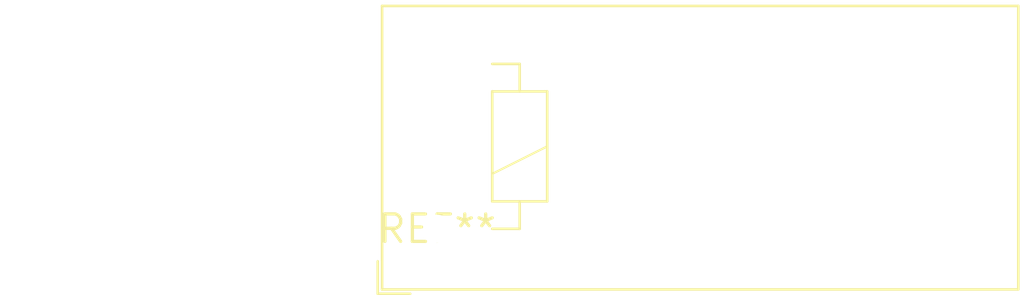
<source format=kicad_pcb>
(kicad_pcb (version 20240108) (generator pcbnew)
  (layers (0 "F.Cu" signal) (31 "B.Cu" signal) (34 "B.Paste" user) (35 "F.Paste" user) (36 "B.SilkS" user "B.Silkscreen") (37 "F.SilkS" user "F.Silkscreen") (38 "B.Mask" user) (39 "F.Mask" user) (44 "Edge.Cuts" user))
  (net 0 "")
  (footprint "Relay_DPDT_Schrack-RT2-FormC_RM5mm" (layer "F.Cu") (at 0 0)
    (property "Reference" "REF**")
    (property "Value" "Relay_DPDT_Schrack-RT2-FormC_RM5mm")
    (fp_line (start -2.75 1.5) (end -2.75 3) (layer "F.SilkS") (stroke (width 0.12)))
    (fp_line (start -2.75 3) (end -1.25 3) (layer "F.SilkS") (stroke (width 0.12)))
    (fp_line (start -2.55 -10.3) (end -2.55 2.8) (layer "F.SilkS") (stroke (width 0.12)))
    (fp_line (start -2.55 2.8) (end 26.85 2.8) (layer "F.SilkS") (stroke (width 0.12)))
    (fp_line (start 2.54 -6.35) (end 2.54 -1.27) (layer "F.SilkS") (stroke (width 0.12)))
    (fp_line (start 2.54 -2.54) (end 5.08 -3.81) (layer "F.SilkS") (stroke (width 0.1)))
    (fp_line (start 2.54 -1.27) (end 3.81 -1.27) (layer "F.SilkS") (stroke (width 0.12)))
    (fp_line (start 2.54 0) (end 3.81 0) (layer "F.SilkS") (stroke (width 0.12)))
    (fp_line (start 3.81 -7.62) (end 2.54 -7.62) (layer "F.SilkS") (stroke (width 0.12)))
    (fp_line (start 3.81 -6.35) (end 3.81 -7.62) (layer "F.SilkS") (stroke (width 0.12)))
    (fp_line (start 3.81 -1.27) (end 5.08 -1.27) (layer "F.SilkS") (stroke (width 0.12)))
    (fp_line (start 3.81 0) (end 3.81 -1.27) (layer "F.SilkS") (stroke (width 0.12)))
    (fp_line (start 5.08 -6.35) (end 2.54 -6.35) (layer "F.SilkS") (stroke (width 0.12)))
    (fp_line (start 5.08 -1.27) (end 5.08 -6.35) (layer "F.SilkS") (stroke (width 0.12)))
    (fp_line (start 26.85 -10.3) (end -2.55 -10.3) (layer "F.SilkS") (stroke (width 0.12)))
    (fp_line (start 26.85 2.8) (end 26.85 -10.3) (layer "F.SilkS") (stroke (width 0.12)))
    (pad "11" thru_hole oval (at 20.3 0 180) (size 2 3) (drill 1.3) (layers *.Cu *.Mask) (remove_unused_layers))
    (pad "12" thru_hole oval (at 15.26 0 180) (size 2 3) (drill 1.3) (layers *.Cu *.Mask) (remove_unused_layers))
    (pad "14" thru_hole oval (at 25.34 0 180) (size 2 3) (drill 1.3) (layers *.Cu *.Mask) (remove_unused_layers))
    (pad "21" thru_hole oval (at 20.3 -7.5 180) (size 2 3) (drill 1.3) (layers *.Cu *.Mask) (remove_unused_layers))
    (pad "22" thru_hole oval (at 15.26 -7.5 180) (size 2 3) (drill 1.3) (layers *.Cu *.Mask) (remove_unused_layers))
    (pad "24" thru_hole oval (at 25.34 -7.5 180) (size 2 3) (drill 1.3) (layers *.Cu *.Mask) (remove_unused_layers))
    (pad "A1" thru_hole rect (at 0 0 180) (size 3 2) (drill 1.3) (layers *.Cu *.Mask) (remove_unused_layers))
    (pad "A2" thru_hole oval (at 0 -7.5 180) (size 3 2) (drill 1.3) (layers *.Cu *.Mask) (remove_unused_layers))
  )
)
</source>
